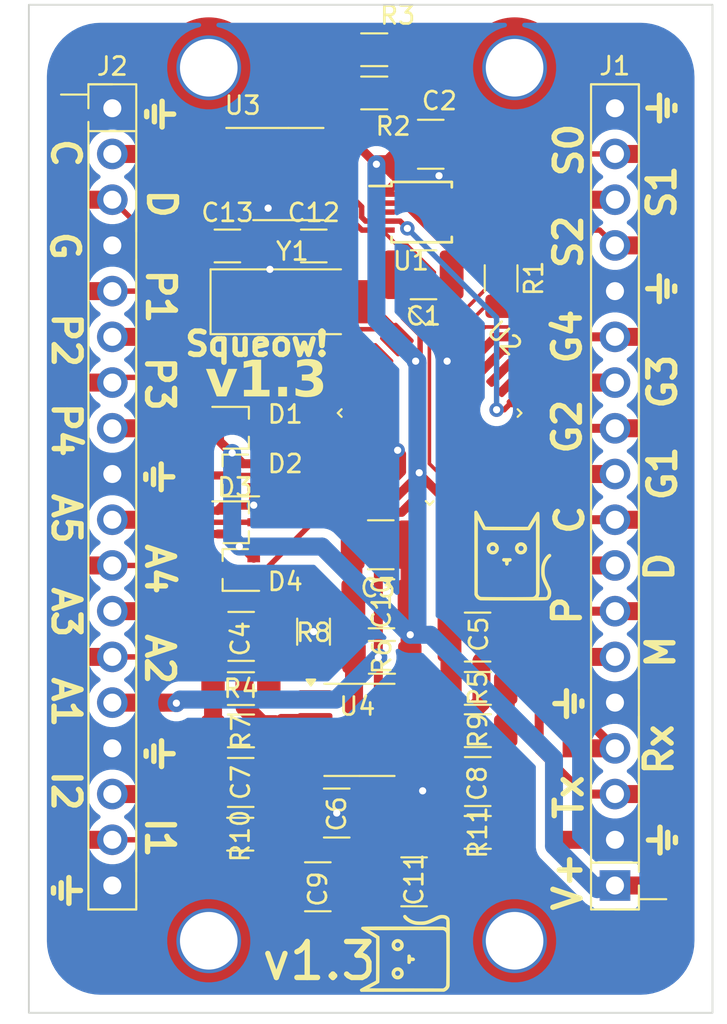
<source format=kicad_pcb>
(kicad_pcb
	(version 20241229)
	(generator "pcbnew")
	(generator_version "9.0")
	(general
		(thickness 1.6)
		(legacy_teardrops no)
	)
	(paper "A4")
	(layers
		(0 "F.Cu" signal)
		(2 "B.Cu" signal)
		(9 "F.Adhes" user "F.Adhesive")
		(11 "B.Adhes" user "B.Adhesive")
		(13 "F.Paste" user)
		(15 "B.Paste" user)
		(5 "F.SilkS" user "F.Silkscreen")
		(7 "B.SilkS" user "B.Silkscreen")
		(1 "F.Mask" user)
		(3 "B.Mask" user)
		(17 "Dwgs.User" user "User.Drawings")
		(19 "Cmts.User" user "User.Comments")
		(21 "Eco1.User" user "User.Eco1")
		(23 "Eco2.User" user "User.Eco2")
		(25 "Edge.Cuts" user)
		(27 "Margin" user)
		(31 "F.CrtYd" user "F.Courtyard")
		(29 "B.CrtYd" user "B.Courtyard")
		(35 "F.Fab" user)
		(33 "B.Fab" user)
		(39 "User.1" user)
		(41 "User.2" user)
		(43 "User.3" user)
		(45 "User.4" user)
		(47 "User.5" user)
		(49 "User.6" user)
		(51 "User.7" user)
		(53 "User.8" user)
		(55 "User.9" user)
	)
	(setup
		(stackup
			(layer "F.SilkS"
				(type "Top Silk Screen")
			)
			(layer "F.Paste"
				(type "Top Solder Paste")
			)
			(layer "F.Mask"
				(type "Top Solder Mask")
				(thickness 0.01)
			)
			(layer "F.Cu"
				(type "copper")
				(thickness 0.035)
			)
			(layer "dielectric 1"
				(type "core")
				(thickness 1.51)
				(material "FR4")
				(epsilon_r 4.5)
				(loss_tangent 0.02)
			)
			(layer "B.Cu"
				(type "copper")
				(thickness 0.035)
			)
			(layer "B.Mask"
				(type "Bottom Solder Mask")
				(thickness 0.01)
			)
			(layer "B.Paste"
				(type "Bottom Solder Paste")
			)
			(layer "B.SilkS"
				(type "Bottom Silk Screen")
			)
			(copper_finish "None")
			(dielectric_constraints no)
		)
		(pad_to_mask_clearance 0)
		(allow_soldermask_bridges_in_footprints no)
		(tenting front back)
		(pcbplotparams
			(layerselection 0x00000000_00000000_55555555_5755f5ff)
			(plot_on_all_layers_selection 0x00000000_00000000_00000000_00000000)
			(disableapertmacros no)
			(usegerberextensions yes)
			(usegerberattributes no)
			(usegerberadvancedattributes no)
			(creategerberjobfile no)
			(dashed_line_dash_ratio 12.000000)
			(dashed_line_gap_ratio 3.000000)
			(svgprecision 6)
			(plotframeref no)
			(mode 1)
			(useauxorigin no)
			(hpglpennumber 1)
			(hpglpenspeed 20)
			(hpglpendiameter 15.000000)
			(pdf_front_fp_property_popups yes)
			(pdf_back_fp_property_popups yes)
			(pdf_metadata yes)
			(pdf_single_document no)
			(dxfpolygonmode yes)
			(dxfimperialunits yes)
			(dxfusepcbnewfont yes)
			(psnegative no)
			(psa4output no)
			(plot_black_and_white yes)
			(sketchpadsonfab no)
			(plotpadnumbers no)
			(hidednponfab no)
			(sketchdnponfab yes)
			(crossoutdnponfab yes)
			(subtractmaskfromsilk yes)
			(outputformat 1)
			(mirror no)
			(drillshape 0)
			(scaleselection 1)
			(outputdirectory "jlcpcb/")
		)
	)
	(net 0 "")
	(net 1 "Net-(U1-XA)")
	(net 2 "Net-(U2-PA8)")
	(net 3 "GND")
	(net 4 "+3.3V")
	(net 5 "Net-(U2-PB8)")
	(net 6 "Net-(C8-Pad1)")
	(net 7 "unconnected-(U1-XB-Pad3)")
	(net 8 "unconnected-(U2-PG10-Pad4)")
	(net 9 "Net-(U2-PF1)")
	(net 10 "Net-(U2-PF0)")
	(net 11 "unconnected-(U3-E1-Pad2)")
	(net 12 "unconnected-(U3-~{WC}-Pad7)")
	(net 13 "unconnected-(U3-E2-Pad3)")
	(net 14 "unconnected-(U3-E0-Pad1)")
	(net 15 "Net-(C9-Pad1)")
	(net 16 "Net-(U4A--)")
	(net 17 "Net-(U4B--)")
	(net 18 "Net-(U4A-+)")
	(net 19 "Net-(C7-Pad1)")
	(net 20 "Net-(C11-Pad1)")
	(net 21 "Net-(J2-Pin_14)")
	(net 22 "Net-(J2-Pin_16)")
	(net 23 "Net-(J2-Pin_17)")
	(net 24 "Net-(J2-Pin_11)")
	(net 25 "Net-(J2-Pin_12)")
	(net 26 "Net-(J2-Pin_13)")
	(net 27 "Net-(J2-Pin_7)")
	(net 28 "Net-(J2-Pin_3)")
	(net 29 "Net-(J2-Pin_6)")
	(net 30 "Net-(J2-Pin_8)")
	(net 31 "Net-(J2-Pin_10)")
	(net 32 "Net-(J2-Pin_2)")
	(net 33 "Net-(J2-Pin_5)")
	(net 34 "Net-(J1-Pin_3)")
	(net 35 "Net-(J1-Pin_11)")
	(net 36 "Net-(J1-Pin_12)")
	(net 37 "Net-(J1-Pin_7)")
	(net 38 "Net-(J1-Pin_8)")
	(net 39 "Net-(J1-Pin_6)")
	(net 40 "Net-(J1-Pin_10)")
	(net 41 "Net-(J1-Pin_16)")
	(net 42 "Net-(J1-Pin_9)")
	(net 43 "Net-(J1-Pin_4)")
	(net 44 "Net-(J1-Pin_15)")
	(net 45 "Net-(J1-Pin_17)")
	(net 46 "Net-(J1-Pin_13)")
	(footprint "Capacitor_SMD:C_1210_3225Metric_Pad1.33x2.70mm_HandSolder" (layer "F.Cu") (at 52.0625 75 180))
	(footprint "Capacitor_SMD:C_1210_3225Metric_Pad1.33x2.70mm_HandSolder" (layer "F.Cu") (at 47.776 69.203965))
	(footprint "MountingHole:MountingHole_3.2mm_M3_DIN965_Pad_TopOnly" (layer "F.Cu") (at 63 78))
	(footprint "Resistor_SMD:R_1206_3216Metric_Pad1.30x1.75mm_HandSolder" (layer "F.Cu") (at 51.826 60.828965 -90))
	(footprint "Resistor_SMD:R_1206_3216Metric_Pad1.30x1.75mm_HandSolder" (layer "F.Cu") (at 47.788715 63.99125))
	(footprint "Resistor_SMD:R_1206_3216Metric_Pad1.30x1.75mm_HandSolder" (layer "F.Cu") (at 60.95725 63.978965 180))
	(footprint "Capacitor_SMD:C_1206_3216Metric_Pad1.33x1.80mm_HandSolder" (layer "F.Cu") (at 47.0375 39.4))
	(footprint "Resistor_SMD:R_1206_3216Metric_Pad1.30x1.75mm_HandSolder" (layer "F.Cu") (at 47.751 72.078965 180))
	(footprint "Capacitor_SMD:C_1206_3216Metric_Pad1.33x1.80mm_HandSolder" (layer "F.Cu") (at 51.8375 39.4))
	(footprint "Capacitor_SMD:C_1210_3225Metric_Pad1.33x2.70mm_HandSolder" (layer "F.Cu") (at 57.9375 41 180))
	(footprint "Capacitor_SMD:C_1210_3225Metric_Pad1.33x2.70mm_HandSolder" (layer "F.Cu") (at 47.801215 61.09125 180))
	(footprint "Capacitor_SMD:C_1210_3225Metric_Pad1.33x2.70mm_HandSolder" (layer "F.Cu") (at 57.4135 74.72584 180))
	(footprint "MountingHole:MountingHole_3.2mm_M3_DIN965_Pad_TopOnly" (layer "F.Cu") (at 63 29.5))
	(footprint "MountingHole:MountingHole_3.2mm_M3_DIN965_Pad_TopOnly" (layer "F.Cu") (at 46 29.5))
	(footprint "Package_TO_SOT_SMD:SOT-323_SC-70" (layer "F.Cu") (at 47.5 49.5))
	(footprint "Package_TO_SOT_SMD:SOT-323_SC-70" (layer "F.Cu") (at 47.5 57.4 180))
	(footprint "Resistor_SMD:R_1206_3216Metric_Pad1.30x1.75mm_HandSolder" (layer "F.Cu") (at 55.199999 28.5 180))
	(footprint "Package_TO_SOT_SMD:SOT-323_SC-70" (layer "F.Cu") (at 47.5 52.15 180))
	(footprint "LOGO" (layer "F.Cu") (at 62.9 56.6))
	(footprint "Resistor_SMD:R_1206_3216Metric_Pad1.30x1.75mm_HandSolder" (layer "F.Cu") (at 60.951 71.978965))
	(footprint "Package_TO_SOT_SMD:SOT-323_SC-70" (layer "F.Cu") (at 47.5 54.75))
	(footprint "Capacitor_SMD:C_1210_3225Metric_Pad1.33x2.70mm_HandSolder" (layer "F.Cu") (at 55.5625 56 180))
	(footprint "Resistor_SMD:R_1206_3216Metric_Pad1.30x1.75mm_HandSolder" (layer "F.Cu") (at 60.95725 66.328965 180))
	(footprint "Package_SO:SOIC-8_3.9x4.9mm_P1.27mm" (layer "F.Cu") (at 50.425 35.405))
	(footprint "Resistor_SMD:R_1206_3216Metric_Pad1.30x1.75mm_HandSolder" (layer "F.Cu") (at 55.199999 30.9 180))
	(footprint "Package_SO:MSOP-10_3x3mm_P0.5mm" (layer "F.Cu") (at 57.8355 37.52))
	(footprint "Capacitor_SMD:C_1210_3225Metric_Pad1.33x2.70mm_HandSolder" (layer "F.Cu") (at 58.34 33.75))
	(footprint "Package_QFP:LQFP-32_7x7mm_P0.8mm" (layer "F.Cu") (at 58.277728 48.68207 -45))
	(footprint "MountingHole:MountingHole_3.2mm_M3_DIN965_Pad_TopOnly" (layer "F.Cu") (at 46 78))
	(footprint "Connector_PinHeader_2.54mm:PinHeader_1x18_P2.54mm_Vertical" (layer "F.Cu") (at 40.64 31.75))
	(footprint "Connector_PinHeader_2.54mm:PinHeader_1x18_P2.54mm_Vertical" (layer "F.Cu") (at 68.58 74.93 180))
	(footprint "Resistor_SMD:R_1206_3216Metric_Pad1.30x1.75mm_HandSolder" (layer "F.Cu") (at 55.626 62.253965 180))
	(footprint "Capacitor_SMD:C_1210_3225Metric_Pad1.33x2.70mm_HandSolder" (layer "F.Cu") (at 60.94475 61.128965))
	(footprint "Capacitor_SMD:C_1210_3225Metric_Pad1.33x2.70mm_HandSolder" (layer "F.Cu") (at 53.1135 70.903965))
	(footprint "Resistor_SMD:R_1206_3216Metric_Pad1.30x1.75mm_HandSolder" (layer "F.Cu") (at 62.25 41.199999 -90))
	(footprint "Resistor_SMD:R_1206_3216Metric_Pad1.30x1.75mm_HandSolder" (layer "F.Cu") (at 47.788715 66.34125))
	(footprint "LOGO" (layer "F.Cu") (at 56.9 78.7 90))
	(footprint "Crystal:Crystal_SMD_5032-2Pin_5.0x3.2mm_HandSoldering"
		(layer "F.Cu")
		(uuid "d94d833f-4399-47ae-b87e-db201e26d3dc")
		(at 50.649999 42.5)
		(descr "SMD Crystal SERIES SMD2520/2 http://www.icbase.com/File/PDF/HKC/HKC00061008.pdf, hand-soldering, 5.0x3.2mm^2 package")
		(tags "SMD SMT crystal hand-soldering")
		(property "Reference" "Y1"
			(at 0 -2.8 0)
			(layer "F.SilkS")
			(uuid "5fa67037-785a-46a1-bd09-ab6621974e21")
			(effects
				(font
					(size 1 1)
					(thickness 0.15)
				)
			)
		)
		(property "Value" "12.288 MHz"
			(at 0 2.8 0)
			(layer "F.Fab")
			(uuid "3e61b087-7390-4b3f-bcbb-52e7c788427f")
			(effects
				(font
					(size 1 1)
					(thickness 0.15)
				)
			)
		)
		(property "Datasheet" ""
			(at 0 0 0)
			(unlocked yes)
			(layer "F.Fab")
			(hide yes)
			(uuid "cfdb44dc-8084-4b88-a3ba-da034362bae7")
			(effects
				(font
					(size 1.27 1.27)
					(thickness 0.15)
				)
			)
		)
		(property "Description" ""
			(at 0 0 0)
			(unlocked yes)
			(layer "F.Fab")
			(hide yes)
			(uuid "8837c5c7-68f8-4565-af54-e0645ea56994")
			(effects
				(font
					(size 1.27 1.27)
					(thickness 0.15)
				)
			)
		)
		(property ki_fp_filters "Crystal*")
		(path "/3a3863d3-8e24-461e-8cf5-a941e01a83f7")
		(sheetname "/")
		(sheetfile "squeow.kicad_sch")
		(attr smd)
		(fp_line
			(start -4.55 -1.8)
			(end -4.55 1.8)
			(stroke
				(width 0.12)
				(type solid)
			)
			(layer "F.SilkS")
			(uuid "26883f07-1408-46e1-9dae-0e799c1d8e2d")
		)
		(fp_line
			(start -4.55 1.8)
			(end 2.7 1.8)
			(stroke
				(width 0.12)
				(type solid)
			)
			(layer "F.SilkS")
			(uuid "7aa12162-a99f-46aa-9bf6-781c68d26614")
		)
		(fp_line
			(start 2.7 -1.8)
			(end -4.55 -1.8)
			(stroke
				(width 0.12)
				(type solid)
			)
			(layer "F.SilkS")
			(uuid "c97d5990-fb69-4b6f-b2f1-7005244e8f9b")
		)
		(fp_circle
			(center 0 0)
			(end 0.093332 0)
			(stroke
				(width 0.186667)
				(type solid)
			)
			(fill no)
			(layer "F.Adhes")
			(uuid "7d0d5d74-2db6-49b3-8d39-5a3939ec0f57")
		)
		(fp_circle
			(center 0 0)
			(end 0.213333 0)
			(stroke
				(width 0.133333)
				(type solid)
			)
			(fill no)
			(layer "F.Adhes")
			(uuid "14e0c47a-9ce9-4840-8c89-a828ce599a23")
		)
		(fp_circle
			(center 0 0)
			(end 0.333333 0)
			(stroke
				(width 0.133333)
				(type solid)
			)
			(fill no)
			(layer "F.Adhes")
			(uuid "c64c35cb-9b95-4351-b5e6-937016dff655")
		)
		(fp_circle
			(center 0 0)
			(end 0.4 0)
			(stroke
				(width 0.1)
				(type solid)
			)
			(fill no)
			(layer "F.Adhes")
			(uuid "d7d2f16e-d67e-49d7-8a23-43554dec2c91")
		)
		(fp_line
			(start -4.6 -1.9)
			(end -4.6 1.9)
			(stroke
				(width 0.05)
				(type solid)
			)
			(layer "F.CrtYd")
			(uuid "13fdfd5a-3271-4c2e-91a4-a098f9edb7eb")
		)
		(fp_line
			(start -4.6 1.9)
			(end 4.6 1.9)
			(stroke
				(width 0.05)
				(type solid)
			)
			(layer "F.CrtYd")
			(uuid "9d69c253-bcf6-43f8-9985-2e681a99202c")
		)
		(fp_line
			(start 4.6 -1.9)
			(end -4.6 -1.9)
			(stroke
				(width 0.05)
				(type solid)
			)
			(layer "F.CrtYd")
			(uuid "9a74f5a1-ae38-4a15-b54d-f42aab969326")
		)
		(fp_line
			(start 4.6 1.9)
			(end 4.6 -1.9)
			(stroke
				(width 0.05)
				(type solid)
			)
			(layer "F.CrtYd")
			(uuid "65c05122-1897-4f35-a18b-58d076197984")
		)
		(fp_line
			(start -2.5 0.6)
			(end -1.5 1.6)
			(stroke
				(width 0.1)
				(type solid)
			)
			(layer "F.Fab")
			(uuid "1a27b4de-c7bf-40a9-a337-5d111b565807")
		)
		(fp_l
... [197505 chars truncated]
</source>
